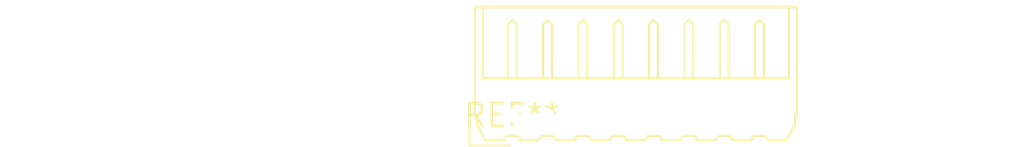
<source format=kicad_pcb>
(kicad_pcb (version 20240108) (generator pcbnew)
  (layers (0 "F.Cu" signal) (31 "B.Cu" signal) (34 "B.Paste" user) (35 "F.Paste" user) (36 "B.SilkS" user "B.Silkscreen") (37 "F.SilkS" user "F.Silkscreen") (38 "B.Mask" user) (39 "F.Mask" user) (44 "Edge.Cuts" user))
  (net 0 "")
  (footprint "Molex_Micro-Latch_53254-0870_1x08_P2.00mm_Horizontal" (layer "F.Cu") (at 0 0)
    (property "Reference" "REF**")
    (property "Value" "Molex_Micro-Latch_53254-0870_1x08_P2.00mm_Horizontal")
    (fp_line (start -2.41 1.71) (end -2.41 -0.59) (layer "F.SilkS") (stroke (width 0.12)))
    (fp_line (start -2.11 -6.11) (end 7 -6.11) (layer "F.SilkS") (stroke (width 0.12)))
    (fp_line (start -2.11 0) (end -2.11 -6.11) (layer "F.SilkS") (stroke (width 0.12)))
    (fp_line (start -2.01 0) (end -2.11 0) (layer "F.SilkS") (stroke (width 0.12)))
    (fp_line (start -2.01 0.5) (end -2.01 0) (layer "F.SilkS") (stroke (width 0.12)))
    (fp_line (start -1.66 -6.11) (end -1.66 -2.1) (layer "F.SilkS") (stroke (width 0.12)))
    (fp_line (start -1.66 -2.1) (end 15.66 -2.1) (layer "F.SilkS") (stroke (width 0.12)))
    (fp_line (start -1.51 1.41) (end -2.01 0.5) (layer "F.SilkS") (stroke (width 0.12)))
    (fp_line (start -0.5 1.41) (end -1.51 1.41) (layer "F.SilkS") (stroke (width 0.12)))
    (fp_line (start -0.3 1.16) (end -0.5 1.41) (layer "F.SilkS") (stroke (width 0.12)))
    (fp_line (start -0.3 1.16) (end 0.3 1.16) (layer "F.SilkS") (stroke (width 0.12)))
    (fp_line (start -0.25 -5.15) (end 0 -5.4) (layer "F.SilkS") (stroke (width 0.12)))
    (fp_line (start -0.25 -2.1) (end -0.25 -5.15) (layer "F.SilkS") (stroke (width 0.12)))
    (fp_line (start -0.11 1.71) (end -2.41 1.71) (layer "F.SilkS") (stroke (width 0.12)))
    (fp_line (start 0 -5.4) (end 0.25 -5.15) (layer "F.SilkS") (stroke (width 0.12)))
    (fp_line (start 0.25 -5.15) (end 0.25 -2.1) (layer "F.SilkS") (stroke (width 0.12)))
    (fp_line (start 0.3 1.16) (end 0.5 1.41) (layer "F.SilkS") (stroke (width 0.12)))
    (fp_line (start 0.5 1.41) (end 1.5 1.41) (layer "F.SilkS") (stroke (width 0.12)))
    (fp_line (start 1.5 1.41) (end 1.7 1.16) (layer "F.SilkS") (stroke (width 0.12)))
    (fp_line (start 1.7 1.16) (end 2.3 1.16) (layer "F.SilkS") (stroke (width 0.12)))
    (fp_line (start 1.75 -5.15) (end 2 -5.4) (layer "F.SilkS") (stroke (width 0.12)))
    (fp_line (start 1.75 -2.1) (end 1.75 -5.15) (layer "F.SilkS") (stroke (width 0.12)))
    (fp_line (start 2 -5.4) (end 2.25 -5.15) (layer "F.SilkS") (stroke (width 0.12)))
    (fp_line (start 2.25 -5.15) (end 2.25 -2.1) (layer "F.SilkS") (stroke (width 0.12)))
    (fp_line (start 2.3 1.16) (end 2.5 1.41) (layer "F.SilkS") (stroke (width 0.12)))
    (fp_line (start 2.5 1.41) (end 3.5 1.41) (layer "F.SilkS") (stroke (width 0.12)))
    (fp_line (start 3.5 1.41) (end 3.7 1.16) (layer "F.SilkS") (stroke (width 0.12)))
    (fp_line (start 3.7 1.16) (end 4.3 1.16) (layer "F.SilkS") (stroke (width 0.12)))
    (fp_line (start 3.75 -5.15) (end 4 -5.4) (layer "F.SilkS") (stroke (width 0.12)))
    (fp_line (start 3.75 -2.1) (end 3.75 -5.15) (layer "F.SilkS") (stroke (width 0.12)))
    (fp_line (start 4 -5.4) (end 4.25 -5.15) (layer "F.SilkS") (stroke (width 0.12)))
    (fp_line (start 4.25 -5.15) (end 4.25 -2.1) (layer "F.SilkS") (stroke (width 0.12)))
    (fp_line (start 4.3 1.16) (end 4.5 1.41) (layer "F.SilkS") (stroke (width 0.12)))
    (fp_line (start 4.5 1.41) (end 5.5 1.41) (layer "F.SilkS") (stroke (width 0.12)))
    (fp_line (start 5.5 1.41) (end 5.7 1.16) (layer "F.SilkS") (stroke (width 0.12)))
    (fp_line (start 5.7 1.16) (end 6.3 1.16) (layer "F.SilkS") (stroke (width 0.12)))
    (fp_line (start 5.75 -5.15) (end 6 -5.4) (layer "F.SilkS") (stroke (width 0.12)))
    (fp_line (start 5.75 -2.1) (end 5.75 -5.15) (layer "F.SilkS") (stroke (width 0.12)))
    (fp_line (start 6 -5.4) (end 6.25 -5.15) (layer "F.SilkS") (stroke (width 0.12)))
    (fp_line (start 6.25 -5.15) (end 6.25 -2.1) (layer "F.SilkS") (stroke (width 0.12)))
    (fp_line (start 6.3 1.16) (end 6.5 1.41) (layer "F.SilkS") (stroke (width 0.12)))
    (fp_line (start 6.5 1.41) (end 7.5 1.41) (layer "F.SilkS") (stroke (width 0.12)))
    (fp_line (start 7.5 1.41) (end 7.7 1.16) (layer "F.SilkS") (stroke (width 0.12)))
    (fp_line (start 7.7 1.16) (end 8.3 1.16) (layer "F.SilkS") (stroke (width 0.12)))
    (fp_line (start 7.75 -5.15) (end 8 -5.4) (layer "F.SilkS") (stroke (width 0.12)))
    (fp_line (start 7.75 -2.1) (end 7.75 -5.15) (layer "F.SilkS") (stroke (width 0.12)))
    (fp_line (start 8 -5.4) (end 8.25 -5.15) (layer "F.SilkS") (stroke (width 0.12)))
    (fp_line (start 8.25 -5.15) (end 8.25 -2.1) (layer "F.SilkS") (stroke (width 0.12)))
    (fp_line (start 8.3 1.16) (end 8.5 1.41) (layer "F.SilkS") (stroke (width 0.12)))
    (fp_line (start 8.5 1.41) (end 9.5 1.41) (layer "F.SilkS") (stroke (width 0.12)))
    (fp_line (start 9.5 1.41) (end 9.7 1.16) (layer "F.SilkS") (stroke (width 0.12)))
    (fp_line (start 9.7 1.16) (end 10.3 1.16) (layer "F.SilkS") (stroke (width 0.12)))
    (fp_line (start 9.75 -5.15) (end 10 -5.4) (layer "F.SilkS") (stroke (width 0.12)))
    (fp_line (start 9.75 -2.1) (end 9.75 -5.15) (layer "F.SilkS") (stroke (width 0.12)))
    (fp_line (start 10 -5.4) (end 10.25 -5.15) (layer "F.SilkS") (stroke (width 0.12)))
    (fp_line (start 10.25 -5.15) (end 10.25 -2.1) (layer "F.SilkS") (stroke (width 0.12)))
    (fp_line (start 10.3 1.16) (end 10.5 1.41) (layer "F.SilkS") (stroke (width 0.12)))
    (fp_line (start 10.5 1.41) (end 11.5 1.41) (layer "F.SilkS") (stroke (width 0.12)))
    (fp_line (start 11.5 1.41) (end 11.7 1.16) (layer "F.SilkS") (stroke (width 0.12)))
    (fp_line (start 11.7 1.16) (end 12.3 1.16) (layer "F.SilkS") (stroke (width 0.12)))
    (fp_line (start 11.75 -5.15) (end 12 -5.4) (layer "F.SilkS") (stroke (width 0.12)))
    (fp_line (start 11.75 -2.1) (end 11.75 -5.15) (layer "F.SilkS") (stroke (width 0.12)))
    (fp_line (start 12 -5.4) (end 12.25 -5.15) (layer "F.SilkS") (stroke (width 0.12)))
    (fp_line (start 12.25 -5.15) (end 12.25 -2.1) (layer "F.SilkS") (stroke (width 0.12)))
    (fp_line (start 12.3 1.16) (end 12.5 1.41) (layer "F.SilkS") (stroke (width 0.12)))
    (fp_line (start 12.5 1.41) (end 13.5 1.41) (layer "F.SilkS") (stroke (width 0.12)))
    (fp_line (start 13.5 1.41) (end 13.7 1.16) (layer "F.SilkS") (stroke (width 0.12)))
    (fp_line (start 13.7 1.16) (end 14.3 1.16) (layer "F.SilkS") (stroke (width 0.12)))
    (fp_line (start 13.75 -5.15) (end 14 -5.4) (layer "F.SilkS") (stroke (width 0.12)))
    (fp_line (start 13.75 -2.1) (end 13.75 -5.15) (layer "F.SilkS") (stroke (width 0.12)))
    (fp_line (start 14 -5.4) (end 14.25 -5.15) (layer "F.SilkS") (stroke (width 0.12)))
    (fp_line (start 14.25 -5.15) (end 14.25 -2.1) (layer "F.SilkS") (stroke (width 0.12)))
    (fp_line (start 14.3 1.16) (end 14.5 1.41) (layer "F.SilkS") (stroke (width 0.12)))
    (fp_line (start 14.5 1.41) (end 15.51 1.41) (layer "F.SilkS") (stroke (width 0.12)))
    (fp_line (start 15.51 1.41) (end 16.01 0.5) (layer "F.SilkS") (stroke (width 0.12)))
    (fp_line (start 15.66 -2.1) (end 15.66 -6.11) (layer "F.SilkS") (stroke (width 0.12)))
    (fp_line (start 16.01 0) (end 16.11 0) (layer "F.SilkS") (stroke (width 0.12)))
    (fp_line (start 16.01 0.5) (end 16.01 0) (layer "F.SilkS") (stroke (width 0.12)))
    (fp_line (start 16.11 -6.11) (end 7 -6.11) (layer "F.SilkS") (stroke (width 0.12)))
    (fp_line (start 16.11 0) (end 16.11 -6.11) (layer "F.SilkS") (stroke (width 0.12)))
    (pad "1" thru_hole roundrect (at 0 0) (size 1.2 1.8) (drill 0.8) (layers *.Cu *.Mask) (remove_unused_layers) (roundrect_rratio 0.208333))
    (pad "2" thru_hole oval (at 2 0) (size 1.2 1.8) (drill 0.8) (layers *.Cu *.Mask) (remove_unused_layers))
    (pad "3" thru_hole oval (at 4 0) (size 1.2 1.8) (drill 0.8) (layers *.Cu *.Mask) (remove_unused_layers))
    (pad "4" thru_hole oval (at 6 0) (size 1.2 1.8) (drill 0.8) (layers *.Cu *.Mask) (remove_unused_layers))
    (pad "5" thru_hole oval (at 8 0) (size 1.2 1.8) (drill 0.8) (layers *.Cu *.Mask) (remove_unused_layers))
    (pad "6" thru_hole oval (at 10 0) (size 1.2 1.8) (drill 0.8) (layers *.Cu *.Mask) (remove_unused_layers))
    (pad "7" thru_hole oval (at 12 0) (size 1.2 1.8) (drill 0.8) (layers *.Cu *.Mask) (remove_unused_layers))
    (pad "8" thru_hole oval (at 14 0) (size 1.2 1.8) (drill 0.8) (layers *.Cu *.Mask) (remove_unused_layers))
  )
)
</source>
